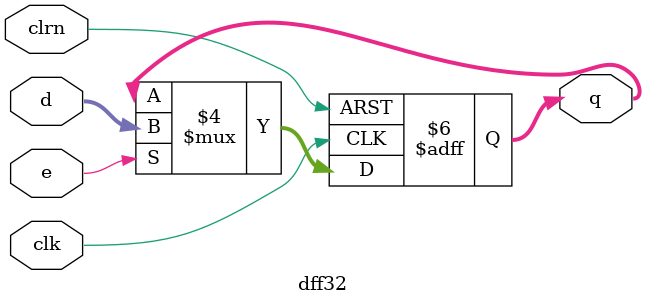
<source format=v>
`timescale 1ns / 1ps


module dff32(
    input[31:0] d,//´ýÐ´ÈëÊý¾Ý
    input clk,//Ê±ÖÓÐÅºÅ
    input clrn,//¸´Î»ÐÅºÅ
    input e,//¼Ä´æÆ÷Ð´Ê¹ÄÜÐÅºÅ,Îª1Ê±ÔÊÐíÐ´Èë
    output reg [31:0] q//¼Ä´æÆ÷µ±Ç°´æ´¢Êý¾Ý
    );
    always @ (negedge clrn or posedge clk)
        if (clrn == 0) begin//clrn=0£¬¸´Î»
           q <= 0;
        end else begin
            if (e==1) q <= d;//clrn!=0,Ð´Ê¹ÄÜÐÅºÅÎª1£¬Ð´ÈëÊý¾Ý
       end
endmodule
</source>
